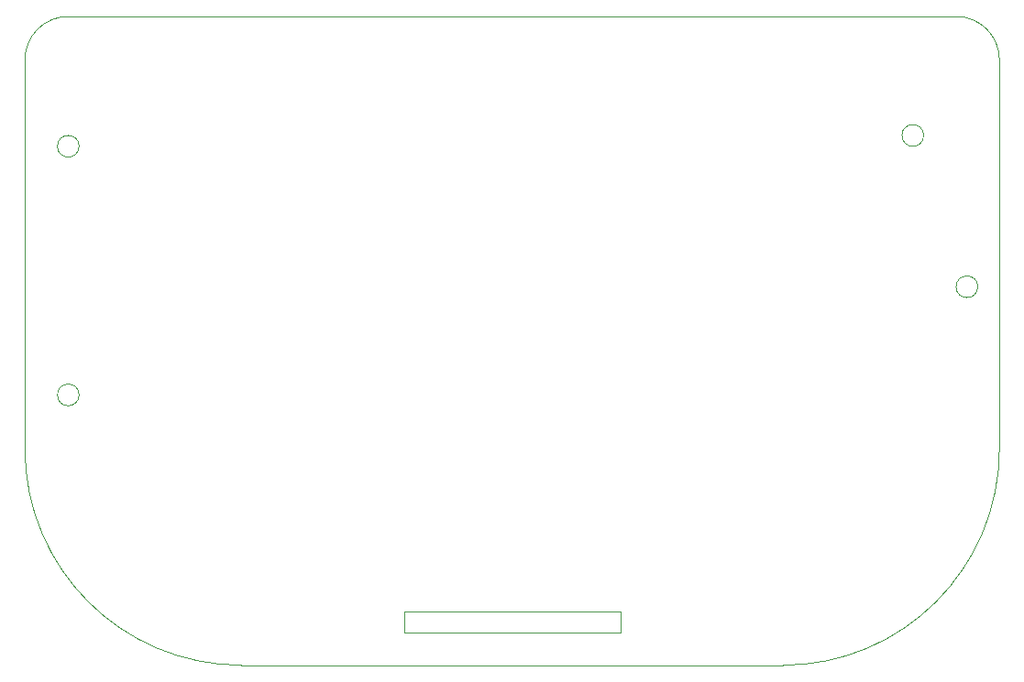
<source format=gbr>
%TF.GenerationSoftware,KiCad,Pcbnew,7.0.9*%
%TF.CreationDate,2024-05-06T23:46:12-05:00*%
%TF.ProjectId,CONTROL WIFI ESP32 S3 V4.0,434f4e54-524f-44c2-9057-494649204553,rev?*%
%TF.SameCoordinates,Original*%
%TF.FileFunction,Profile,NP*%
%FSLAX46Y46*%
G04 Gerber Fmt 4.6, Leading zero omitted, Abs format (unit mm)*
G04 Created by KiCad (PCBNEW 7.0.9) date 2024-05-06 23:46:12*
%MOMM*%
%LPD*%
G01*
G04 APERTURE LIST*
%TA.AperFunction,Profile*%
%ADD10C,0.100000*%
%TD*%
G04 APERTURE END LIST*
D10*
X86150000Y-138765000D02*
X86150000Y-136765000D01*
X119150000Y-106765000D02*
G75*
G03*
X119150000Y-106765000I-1000000J0D01*
G01*
X66150000Y-136765000D02*
X86150000Y-136765000D01*
X121150000Y-121765000D02*
X121150000Y-85765000D01*
X101150000Y-141765000D02*
G75*
G03*
X121150000Y-121765000I0J20000000D01*
G01*
X35150000Y-81765000D02*
G75*
G03*
X31150000Y-85765000I0J-4000000D01*
G01*
X66150000Y-138765000D02*
X86150000Y-138765000D01*
X121150000Y-85765000D02*
G75*
G03*
X117150000Y-81765000I-4000000J0D01*
G01*
X31150000Y-121765000D02*
G75*
G03*
X51150000Y-141765000I20000000J0D01*
G01*
X35150000Y-81765000D02*
X117150000Y-81765000D01*
X114150000Y-92765000D02*
G75*
G03*
X114150000Y-92765000I-1000000J0D01*
G01*
X66150000Y-136765000D02*
X66150000Y-138765000D01*
X36150000Y-93765000D02*
G75*
G03*
X36150000Y-93765000I-1000000J0D01*
G01*
X36150000Y-116765000D02*
G75*
G03*
X36150000Y-116765000I-1000000J0D01*
G01*
X31150000Y-85765000D02*
X31150000Y-121765000D01*
X51150000Y-141765000D02*
X101150000Y-141765000D01*
M02*

</source>
